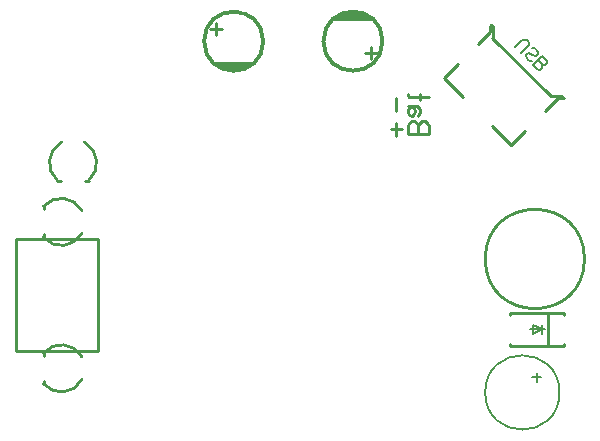
<source format=gbr>
%FSLAX34Y34*%
%MOMM*%
%LNSILK_BOTTOM*%
G71*
G01*
%ADD10C, 0.25*%
%ADD11C, 0.13*%
%ADD12C, 0.15*%
%ADD13C, 0.30*%
%ADD14C, 0.00*%
%ADD15C, 0.15*%
%ADD16C, 0.22*%
%LPD*%
G54D10*
X-172990Y-155586D02*
X-175710Y-155586D01*
G54D10*
X-196720Y-155586D02*
X-199440Y-155586D01*
G54D10*
X-211220Y-327816D02*
X-211220Y-325096D01*
G54D10*
X-211220Y-304086D02*
X-211220Y-301366D01*
G54D10*
X-211220Y-203816D02*
X-211220Y-201096D01*
G54D10*
X-211220Y-180086D02*
X-211220Y-177366D01*
G54D10*
X128190Y-68606D02*
X144060Y-84476D01*
G54D10*
X168900Y-109316D02*
X184770Y-125186D01*
X196210Y-113736D01*
G54D10*
X213620Y-96326D02*
X223670Y-86286D01*
X223970Y-85976D01*
X229290Y-85976D01*
X227220Y-83916D01*
X226870Y-84266D01*
X218240Y-84266D01*
X168640Y-34666D01*
X168980Y-34336D01*
X168980Y-24946D01*
X167810Y-23776D01*
X167020Y-24566D01*
X167020Y-29636D01*
X156980Y-39676D01*
G54D10*
X139570Y-57086D02*
X128050Y-68606D01*
G54D10*
X65780Y-52756D02*
X65780Y-42596D01*
G54D10*
X70780Y-47586D02*
X60620Y-47586D01*
G54D10*
X-65210Y-22426D02*
X-65210Y-32586D01*
G54D10*
X-70220Y-27586D02*
X-60060Y-27586D01*
G54D10*
X-234710Y-300086D02*
X-234710Y-213086D01*
X-234710Y-205086D01*
X-164710Y-205086D01*
X-164710Y-300086D01*
X-234710Y-300086D01*
G54D11*
X210590Y-277776D02*
X210590Y-281586D01*
X202970Y-277776D01*
X202970Y-281586D01*
X202970Y-285396D01*
X210590Y-281586D01*
X210590Y-285396D01*
G54D11*
X200430Y-281586D02*
X213130Y-281586D01*
G54D10*
X215670Y-295586D02*
X215670Y-267586D01*
G54D10*
X229780Y-269276D02*
X229780Y-267586D01*
X183780Y-267586D01*
X183780Y-269276D01*
G54D10*
X229780Y-293906D02*
X229780Y-295586D01*
X183780Y-295586D01*
X183780Y-293906D01*
G54D12*
X188320Y-42416D02*
X193830Y-36906D01*
X195310Y-36186D01*
X196780Y-36186D01*
X198250Y-36906D01*
X198990Y-37636D01*
X199710Y-39116D01*
X199710Y-40586D01*
X198990Y-42056D01*
X193470Y-47576D01*
G54D12*
X202150Y-54016D02*
X200680Y-54016D01*
X199200Y-53306D01*
X197730Y-51826D01*
X197010Y-50356D01*
X197010Y-48886D01*
X197730Y-48166D01*
X198830Y-47786D01*
X199580Y-47786D01*
X200660Y-48146D01*
X203600Y-49616D01*
X204720Y-49976D01*
X205450Y-49996D01*
X206550Y-49616D01*
X207640Y-48526D01*
X207640Y-47056D01*
X206930Y-45576D01*
X205450Y-44106D01*
X203980Y-43386D01*
X202510Y-43386D01*
G54D12*
X207140Y-53876D02*
X210450Y-57186D01*
X211160Y-58656D01*
X211180Y-59386D01*
X210810Y-60486D01*
X210070Y-61226D01*
X208970Y-61596D01*
X208240Y-61586D01*
X206760Y-60866D01*
X203460Y-57556D01*
X211180Y-49836D01*
X214490Y-53136D01*
X215210Y-54616D01*
X215220Y-55346D01*
X214850Y-56446D01*
X213750Y-57536D01*
X212660Y-57916D01*
X211900Y-57916D01*
X210450Y-57186D01*
G54D10*
G75*
G01X-173102Y-155687D02*
G03X-176526Y-123108I-13118J15091D01*
G01*
G54D10*
G75*
G01X-195917Y-123103D02*
G03X-199342Y-155691I9697J-17493D01*
G01*
G54D10*
G75*
G01X-211310Y-327714D02*
G03X-178732Y-324290I15090J13118D01*
G01*
G54D10*
G75*
G01X-178727Y-304900D02*
G03X-211315Y-301475I-17493J-9696D01*
G01*
G54D10*
G75*
G01X-211310Y-203714D02*
G03X-178732Y-200290I15090J13118D01*
G01*
G54D10*
G75*
G01X-178727Y-180900D02*
G03X-211315Y-177474I-17493J-9696D01*
G01*
G54D10*
G75*
G01X246780Y-221996D02*
G03X246780Y-221996I-42000J0D01*
G01*
G54D13*
G75*
G01X75780Y-37596D02*
G03X75780Y-37596I-25000J0D01*
G01*
G54D13*
G75*
G01X-25220Y-37596D02*
G03X-25220Y-37596I-25000J0D01*
G01*
G36*
X34270Y-19646D02*
X67290Y-19646D01*
X66820Y-19166D01*
X66320Y-18696D01*
X65810Y-18236D01*
X65290Y-17796D01*
X64760Y-17366D01*
X64210Y-16956D01*
X63650Y-16566D01*
X63080Y-16186D01*
X62500Y-15826D01*
X61910Y-15486D01*
X61310Y-15156D01*
X60700Y-14856D01*
X60080Y-14566D01*
X59450Y-14296D01*
X58810Y-14046D01*
X58170Y-13816D01*
X57520Y-13606D01*
X56860Y-13416D01*
X56200Y-13246D01*
X55530Y-13086D01*
X54860Y-12956D01*
X54190Y-12846D01*
X53510Y-12756D01*
X52830Y-12686D01*
X52150Y-12636D01*
X51470Y-12596D01*
X50780Y-12586D01*
X50100Y-12596D01*
X49420Y-12636D01*
X48740Y-12686D01*
X48060Y-12756D01*
X47380Y-12846D01*
X46710Y-12956D01*
X46030Y-13086D01*
X45370Y-13246D01*
X44710Y-13416D01*
X44050Y-13606D01*
X43400Y-13816D01*
X42760Y-14046D01*
X42120Y-14296D01*
X41490Y-14566D01*
X40870Y-14856D01*
X40260Y-15156D01*
X39660Y-15486D01*
X39070Y-15826D01*
X38490Y-16186D01*
X37920Y-16566D01*
X37360Y-16956D01*
X36810Y-17366D01*
X36280Y-17796D01*
X35760Y-18236D01*
X35250Y-18696D01*
X34750Y-19166D01*
X34270Y-19646D01*
G37*
G54D14*
X34270Y-19646D02*
X67290Y-19646D01*
X66820Y-19166D01*
X66320Y-18696D01*
X65810Y-18236D01*
X65290Y-17796D01*
X64760Y-17366D01*
X64210Y-16956D01*
X63650Y-16566D01*
X63080Y-16186D01*
X62500Y-15826D01*
X61910Y-15486D01*
X61310Y-15156D01*
X60700Y-14856D01*
X60080Y-14566D01*
X59450Y-14296D01*
X58810Y-14046D01*
X58170Y-13816D01*
X57520Y-13606D01*
X56860Y-13416D01*
X56200Y-13246D01*
X55530Y-13086D01*
X54860Y-12956D01*
X54190Y-12846D01*
X53510Y-12756D01*
X52830Y-12686D01*
X52150Y-12636D01*
X51470Y-12596D01*
X50780Y-12586D01*
X50100Y-12596D01*
X49420Y-12636D01*
X48740Y-12686D01*
X48060Y-12756D01*
X47380Y-12846D01*
X46710Y-12956D01*
X46030Y-13086D01*
X45370Y-13246D01*
X44710Y-13416D01*
X44050Y-13606D01*
X43400Y-13816D01*
X42760Y-14046D01*
X42120Y-14296D01*
X41490Y-14566D01*
X40870Y-14856D01*
X40260Y-15156D01*
X39660Y-15486D01*
X39070Y-15826D01*
X38490Y-16186D01*
X37920Y-16566D01*
X37360Y-16956D01*
X36810Y-17366D01*
X36280Y-17796D01*
X35760Y-18236D01*
X35250Y-18696D01*
X34750Y-19166D01*
X34270Y-19646D01*
G36*
X-50900Y-62576D02*
X-50220Y-62586D01*
X-49530Y-62576D01*
X-48850Y-62546D01*
X-48170Y-62496D01*
X-47490Y-62426D01*
X-46810Y-62336D01*
X-46140Y-62226D01*
X-45470Y-62096D01*
X-44800Y-61936D01*
X-44140Y-61766D01*
X-43480Y-61576D01*
X-42830Y-61366D01*
X-42190Y-61136D01*
X-41550Y-60886D01*
X-40920Y-60616D01*
X-40300Y-60326D01*
X-39690Y-60026D01*
X-39090Y-59696D01*
X-38500Y-59356D01*
X-37920Y-58996D01*
X-37350Y-58616D01*
X-36790Y-58226D01*
X-36240Y-57816D01*
X-35710Y-57386D01*
X-35190Y-56946D01*
X-34680Y-56486D01*
X-34190Y-56016D01*
X-33710Y-55526D01*
X-66730Y-55526D01*
X-66250Y-56016D01*
X-65750Y-56486D01*
X-65240Y-56946D01*
X-64720Y-57386D01*
X-64190Y-57816D01*
X-63640Y-58226D01*
X-63080Y-58616D01*
X-62510Y-58996D01*
X-61930Y-59356D01*
X-61340Y-59696D01*
X-60740Y-60026D01*
X-60130Y-60326D01*
X-59510Y-60616D01*
X-58880Y-60886D01*
X-58240Y-61136D01*
X-57600Y-61366D01*
X-56950Y-61576D01*
X-56290Y-61766D01*
X-55630Y-61936D01*
X-54970Y-62096D01*
X-54290Y-62226D01*
X-53620Y-62336D01*
X-52940Y-62426D01*
X-52260Y-62496D01*
X-51580Y-62546D01*
X-50900Y-62576D01*
G37*
G54D14*
X-50900Y-62576D02*
X-50220Y-62586D01*
X-49530Y-62576D01*
X-48850Y-62546D01*
X-48170Y-62496D01*
X-47490Y-62426D01*
X-46810Y-62336D01*
X-46140Y-62226D01*
X-45470Y-62096D01*
X-44800Y-61936D01*
X-44140Y-61766D01*
X-43480Y-61576D01*
X-42830Y-61366D01*
X-42190Y-61136D01*
X-41550Y-60886D01*
X-40920Y-60616D01*
X-40300Y-60326D01*
X-39690Y-60026D01*
X-39090Y-59696D01*
X-38500Y-59356D01*
X-37920Y-58996D01*
X-37350Y-58616D01*
X-36790Y-58226D01*
X-36240Y-57816D01*
X-35710Y-57386D01*
X-35190Y-56946D01*
X-34680Y-56486D01*
X-34190Y-56016D01*
X-33710Y-55526D01*
X-66730Y-55526D01*
X-66250Y-56016D01*
X-65750Y-56486D01*
X-65240Y-56946D01*
X-64720Y-57386D01*
X-64190Y-57816D01*
X-63640Y-58226D01*
X-63080Y-58616D01*
X-62510Y-58996D01*
X-61930Y-59356D01*
X-61340Y-59696D01*
X-60740Y-60026D01*
X-60130Y-60326D01*
X-59510Y-60616D01*
X-58880Y-60886D01*
X-58240Y-61136D01*
X-57600Y-61366D01*
X-56950Y-61576D01*
X-56290Y-61766D01*
X-55630Y-61936D01*
X-54970Y-62096D01*
X-54290Y-62226D01*
X-53620Y-62336D01*
X-52940Y-62426D01*
X-52260Y-62496D01*
X-51580Y-62546D01*
X-50900Y-62576D01*
G54D15*
X210380Y-322296D02*
X202780Y-322296D01*
G54D15*
X206580Y-326096D02*
X206580Y-318496D01*
G54D15*
G75*
G01X225625Y-334996D02*
G03X225625Y-334996I-31450J0D01*
G01*
G54D16*
X97187Y-116079D02*
X114965Y-116079D01*
X114965Y-109412D01*
X113854Y-106746D01*
X111632Y-105412D01*
X109409Y-105412D01*
X107187Y-106746D01*
X106076Y-109412D01*
X104965Y-106746D01*
X102742Y-105412D01*
X100520Y-105412D01*
X98298Y-106746D01*
X97187Y-109412D01*
X97187Y-116079D01*
G54D16*
X106076Y-116079D02*
X106076Y-109412D01*
G54D16*
X106076Y-100523D02*
X107187Y-97856D01*
X107187Y-94656D01*
X104965Y-92523D01*
X97187Y-92523D01*
G54D16*
X100520Y-92523D02*
X102742Y-93856D01*
X103187Y-96523D01*
X102742Y-99190D01*
X100520Y-100523D01*
X98298Y-99990D01*
X97187Y-97856D01*
X97187Y-96523D01*
X97187Y-95990D01*
X98298Y-93856D01*
X100520Y-92523D01*
G54D16*
X114965Y-84967D02*
X98298Y-84967D01*
X97187Y-83634D01*
X97632Y-82300D01*
G54D16*
X107187Y-87634D02*
X107187Y-82300D01*
G54D16*
X87498Y-117449D02*
X87498Y-106782D01*
G54D16*
X91942Y-112116D02*
X83054Y-112116D01*
G54D16*
X87498Y-96737D02*
X87498Y-86070D01*
M02*

</source>
